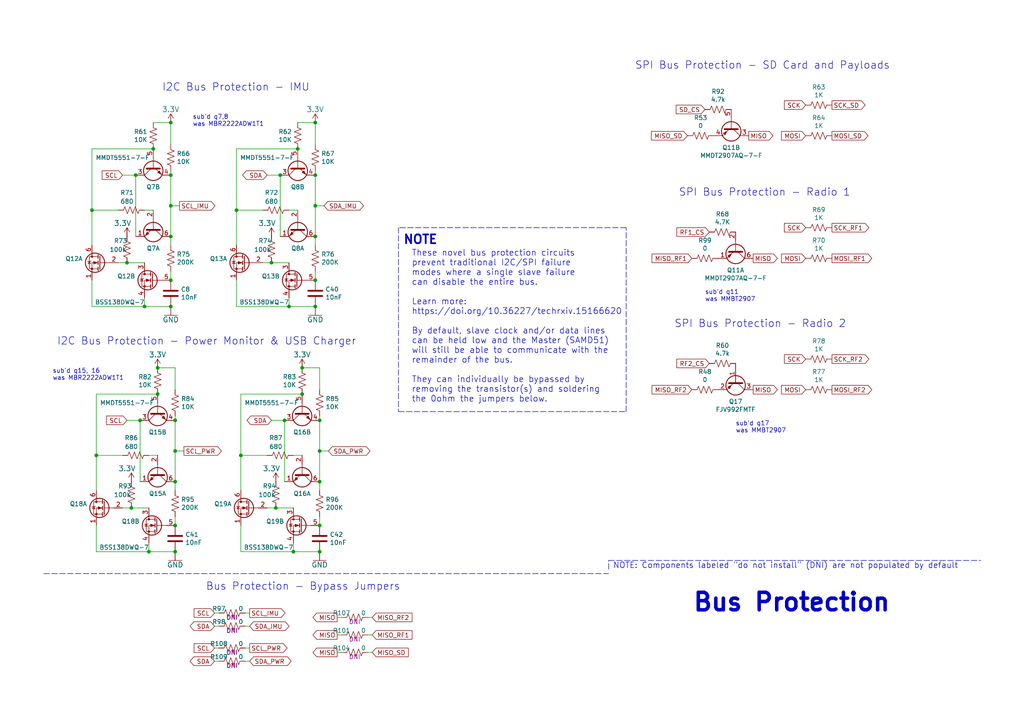
<source format=kicad_sch>
(kicad_sch (version 20211123) (generator eeschema)
  (paper "A4")
  (title_block (title "PyCubed Mainboard") (date "2021-06-09") (rev "v05c") (company "Max Holliday"))
  (lib_symbols
    (symbol "mainboard-rescue:C-Device-mainboard-rescue" (pin_numbers hide) (pin_names (offset 0.254))
      (property "Reference" "C" (at 0.635 2.54 0))
      (property "Value" "C-Device-mainboard-rescue" (at 0.635 -2.54 0))
      (symbol "C-Device-mainboard-rescue_0_1"
        (polyline (pts (xy -2.032 -0.762) (xy 2.032 -0.762)) (stroke (width 0.508)))
        (polyline (pts (xy -2.032 0.762) (xy 2.032 0.762)) (stroke (width 0.508)))
      )
      (symbol "C-Device-mainboard-rescue_1_1"
        (pin passive line (at 0 3.81 270) (length 2.794) (name "~") (number "1"))
        (pin passive line (at 0 -3.81 90) (length 2.794) (name "~") (number "2"))
      )
    )
    (symbol "mainboard-rescue:MBT2222ADW1T1-Transistor_BJT-mainboard-rescue" (pin_names (offset 0) hide)
      (property "Reference" "Q" (at 5.08 1.27 0))
      (property "Value" "MBT2222ADW1T1-Transistor_BJT-mainboard-rescue" (at 5.08 -1.27 0))
      (symbol "MBT2222ADW1T1-Transistor_BJT-mainboard-rescue_0_1"
        (polyline (pts (xy 0.635 0) (xy -2.54 0)))
        (polyline (pts (xy 0.635 0.635) (xy 2.54 2.54)))
        (polyline (pts (xy 0.635 -0.635) (xy 2.54 -2.54) (xy 2.54 -2.54)))
        (polyline (pts (xy 0.635 1.905) (xy 0.635 -1.905) (xy 0.635 -1.905)) (stroke (width 0.508)))
        (polyline (pts (xy 1.27 -1.778) (xy 1.778 -1.27) (xy 2.286 -2.286) (xy 1.27 -1.778) (xy 1.27 -1.778)) (fill (type outline)))
        (circle (center 1.27 0) (radius 2.8194) (stroke (width 0.254)))
      )
      (symbol "MBT2222ADW1T1-Transistor_BJT-mainboard-rescue_1_1"
        (pin passive line (at 2.54 -5.08 90) (length 2.54) (name "E1") (number "1"))
        (pin input line (at -5.08 0 0) (length 2.54) (name "B1") (number "2"))
        (pin passive line (at 2.54 5.08 270) (length 2.54) (name "C1") (number "6"))
      )
      (symbol "MBT2222ADW1T1-Transistor_BJT-mainboard-rescue_2_1"
        (pin passive line (at 2.54 5.08 270) (length 2.54) (name "C2") (number "3"))
        (pin passive line (at 2.54 -5.08 90) (length 2.54) (name "E2") (number "4"))
        (pin input line (at -5.08 0 0) (length 2.54) (name "B2") (number "5"))
      )
    )
    (symbol "mainboard-rescue:R_US-Device-mainboard-rescue" (pin_numbers hide) (pin_names (offset 0))
      (property "Reference" "R" (at 2.54 0 90))
      (property "Value" "R_US-Device-mainboard-rescue" (at -2.54 0 90))
      (symbol "R_US-Device-mainboard-rescue_0_1"
        (polyline (pts (xy 0 -2.286) (xy 0 -2.54)))
        (polyline (pts (xy 0 2.286) (xy 0 2.54)))
        (polyline (pts (xy 0 -0.762) (xy 1.016 -1.143) (xy 0 -1.524) (xy -1.016 -1.905) (xy 0 -2.286)))
        (polyline (pts (xy 0 0.762) (xy 1.016 0.381) (xy 0 0) (xy -1.016 -0.381) (xy 0 -0.762)))
        (polyline (pts (xy 0 2.286) (xy 1.016 1.905) (xy 0 1.524) (xy -1.016 1.143) (xy 0 0.762)))
      )
      (symbol "R_US-Device-mainboard-rescue_1_1"
        (pin passive line (at 0 3.81 270) (length 1.27) (name "~") (number "1"))
        (pin passive line (at 0 -3.81 90) (length 1.27) (name "~") (number "2"))
      )
    )
    (symbol "mainboard:3.3V" (power) (pin_names (offset 1.016))
      (property "Value" "3.3V" (at -1.016 3.556 0))
      (symbol "3.3V_1_0"
        (polyline (pts (xy 0 2.54) (xy -0.762 1.27)))
        (polyline (pts (xy 0.762 1.27) (xy 0 2.54)))
        (pin power_in line (at 0 0 90) (length 2.54) (name "3.3V") (number "1"))
      )
    )
    (symbol "mainboard:BSS138DWQ-7" (pin_names (offset 0.762) hide)
      (property "Reference" "Q" (at -2.54 5.08 0))
      (property "Value" "BSS138DWQ-7" (at 3.81 6.35 0))
      (symbol "BSS138DWQ-7_1_1"
        (polyline (pts (xy -1.016 0) (xy -3.81 0)))
        (polyline (pts (xy -1.016 1.905) (xy -1.016 -1.905)) (stroke (width 0.254)))
        (polyline (pts (xy -0.508 -1.27) (xy -0.508 -2.286)) (stroke (width 0.254)))
        (polyline (pts (xy -0.508 0.508) (xy -0.508 -0.508)) (stroke (width 0.254)))
        (polyline (pts (xy -0.508 2.286) (xy -0.508 1.27)) (stroke (width 0.254)))
        (polyline (pts (xy 1.27 2.54) (xy 1.27 1.778)))
        (polyline (pts (xy 1.27 -2.54) (xy 1.27 0) (xy -0.508 0)))
        (polyline (pts (xy -0.508 -1.778) (xy 2.032 -1.778) (xy 2.032 1.778) (xy -0.508 1.778)))
        (polyline (pts (xy -0.254 0) (xy 0.762 0.381) (xy 0.762 -0.381) (xy -0.254 0)) (fill (type outline)))
        (polyline (pts (xy 1.524 0.508) (xy 1.651 0.381) (xy 2.413 0.381) (xy 2.54 0.254)))
        (polyline (pts (xy 2.032 0.381) (xy 1.651 -0.254) (xy 2.413 -0.254) (xy 2.032 0.381)))
        (circle (center 0.381 0) (radius 2.794) (stroke (width 0.254)))
        (circle (center 1.27 -1.778) (radius 0.254) (fill (type outline)))
        (circle (center 1.27 1.778) (radius 0.254) (fill (type outline)))
        (pin passive line (at 1.27 -5.08 90) (length 2.54) (name "S2") (number "1"))
        (pin input line (at -6.35 0 0) (length 2.54) (name "G2") (number "2"))
        (pin passive line (at 1.27 5.08 270) (length 2.54) (name "D1") (number "6"))
      )
      (symbol "BSS138DWQ-7_2_1"
        (polyline (pts (xy -1.016 0) (xy -3.81 0)))
        (polyline (pts (xy -1.016 1.905) (xy -1.016 -1.905)) (stroke (width 0.254)))
        (polyline (pts (xy -0.508 -1.27) (xy -0.508 -2.286)) (stroke (width 0.254)))
        (polyline (pts (xy -0.508 0.508) (xy -0.508 -0.508)) (stroke (width 0.254)))
        (polyline (pts (xy -0.508 2.286) (xy -0.508 1.27)) (stroke (width 0.254)))
        (polyline (pts (xy 1.27 2.54) (xy 1.27 1.778)))
        (polyline (pts (xy 1.27 -2.54) (xy 1.27 0) (xy -0.508 0)))
        (polyline (pts (xy -0.508 -1.778) (xy 2.032 -1.778) (xy 2.032 1.778) (xy -0.508 1.778)))
        (polyline (pts (xy -0.254 0) (xy 0.762 0.381) (xy 0.762 -0.381) (xy -0.254 0)) (fill (type outline)))
        (polyline (pts (xy 1.524 0.508) (xy 1.651 0.381) (xy 2.413 0.381) (xy 2.54 0.254)))
        (polyline (pts (xy 2.032 0.381) (xy 1.651 -0.254) (xy 2.413 -0.254) (xy 2.032 0.381)))
        (circle (center 0.381 0) (radius 2.794) (stroke (width 0.254)))
        (circle (center 1.27 -1.778) (radius 0.254) (fill (type outline)))
        (circle (center 1.27 1.778) (radius 0.254) (fill (type outline)))
        (pin passive line (at 1.27 5.08 270) (length 2.54) (name "D2") (number "3"))
        (pin passive line (at 1.27 -5.08 90) (length 2.54) (name "S1") (number "4"))
        (pin input line (at -6.35 0 0) (length 2.54) (name "G1") (number "5"))
      )
    )
    (symbol "mainboard:GND" (power) (pin_names (offset 1.016))
      (property "Value" "GND" (at -2.54 -2.54 0))
      (symbol "GND_1_0"
        (polyline (pts (xy -1.905 0) (xy 1.905 0)))
        (pin power_in line (at 0 2.54 270) (length 2.54) (name "GND") (number "1"))
      )
    )
    (symbol "mainboard:MMBT2907" (pin_names (offset 0) hide)
      (property "Reference" "Q" (at 5.08 1.905 0))
      (property "Value" "MMBT2907" (at 5.08 0 0))
      (symbol "MMBT2907_0_1"
        (polyline (pts (xy 0.635 0.635) (xy 2.54 2.54)))
        (polyline (pts (xy 0.635 -0.635) (xy 2.54 -2.54) (xy 2.54 -2.54)))
        (polyline (pts (xy 0.635 1.905) (xy 0.635 -1.905) (xy 0.635 -1.905)) (stroke (width 0.508)))
        (polyline (pts (xy 2.286 -1.778) (xy 1.778 -2.286) (xy 1.27 -1.27) (xy 2.286 -1.778) (xy 2.286 -1.778)) (fill (type outline)))
        (circle (center 1.27 0) (radius 2.8194) (stroke (width 0.254)))
      )
      (symbol "MMBT2907_1_1"
        (pin input line (at -5.08 0 0) (length 5.715) (name "B") (number "1"))
        (pin passive line (at 2.54 -5.08 90) (length 2.54) (name "E") (number "2"))
        (pin passive line (at 2.54 5.08 270) (length 2.54) (name "C") (number "3"))
      )
    )
    (symbol "mainboard:MMDT2907" (pin_names (offset 0) hide)
      (property "Reference" "Q" (at 5.08 1.27 0))
      (property "Value" "MMDT2907" (at 5.08 -1.27 0))
      (symbol "MMDT2907_0_1"
        (polyline (pts (xy 0.635 0) (xy -2.54 0)))
        (polyline (pts (xy 0.635 0.635) (xy 2.54 2.54)))
        (polyline (pts (xy 0.635 -0.635) (xy 2.54 -2.54) (xy 2.54 -2.54)))
        (polyline (pts (xy 0.635 1.905) (xy 0.635 -1.905) (xy 0.635 -1.905)) (stroke (width 0.508)))
        (polyline (pts (xy 2.286 -1.778) (xy 1.778 -2.286) (xy 1.27 -1.27) (xy 2.286 -1.778) (xy 2.286 -1.778)) (fill (type outline)))
        (circle (center 1.27 0) (radius 2.8194) (stroke (width 0.254)))
      )
      (symbol "MMDT2907_1_1"
        (pin passive line (at 2.54 -5.08 90) (length 2.54) (name "E1") (number "1"))
        (pin input line (at -5.08 0 0) (length 2.54) (name "B1") (number "2"))
        (pin passive line (at 2.54 5.08 270) (length 2.54) (name "C1") (number "6"))
      )
      (symbol "MMDT2907_2_1"
        (pin passive line (at 2.54 5.08 270) (length 2.54) (name "C2") (number "3"))
        (pin passive line (at 2.54 -5.08 90) (length 2.54) (name "E2") (number "4"))
        (pin input line (at -5.08 0 0) (length 2.54) (name "B2") (number "5"))
      )
    )
  )
  (junction (at 92.71 121.92))
  (junction (at 91.44 59.69))
  (junction (at 87.63 106.68))
  (junction (at 92.71 160.02))
  (junction (at 91.44 88.9))
  (junction (at 49.53 50.8))
  (junction (at 50.8 152.4))
  (junction (at 69.85 132.08))
  (junction (at 36.83 76.2))
  (junction (at 41.91 88.9))
  (junction (at 85.09 160.02))
  (junction (at 39.37 50.8))
  (junction (at 43.18 160.02))
  (junction (at 83.82 88.9))
  (junction (at 91.44 50.8))
  (junction (at 49.53 35.56))
  (junction (at 87.63 114.3))
  (junction (at 38.1 147.32))
  (junction (at 50.8 130.81))
  (junction (at 49.53 88.9))
  (junction (at 49.53 59.69))
  (junction (at 49.53 81.28))
  (junction (at 82.55 121.92))
  (junction (at 27.94 132.08))
  (junction (at 45.72 106.68))
  (junction (at 68.58 60.96))
  (junction (at 50.8 121.92))
  (junction (at 92.71 139.7))
  (junction (at 50.8 139.7))
  (junction (at 92.71 152.4))
  (junction (at 50.8 160.02))
  (junction (at 78.74 76.2))
  (junction (at 91.44 68.58))
  (junction (at 26.67 60.96))
  (junction (at 91.44 35.56))
  (junction (at 91.44 81.28))
  (junction (at 92.71 130.81))
  (junction (at 40.64 121.92))
  (junction (at 45.72 114.3))
  (junction (at 81.28 50.8))
  (junction (at 44.45 43.18))
  (junction (at 80.01 147.32))
  (junction (at 86.36 43.18))
  (junction (at 49.53 68.58))
  (wire (pts (xy 93.98 59.69) (xy 91.44 59.69)))
  (wire (pts (xy 72.39 191.77) (xy 71.12 191.77)))
  (wire (pts (xy 43.18 160.02) (xy 50.8 160.02)))
  (wire (pts (xy 49.53 78.74) (xy 49.53 81.28)))
  (wire (pts (xy 97.79 189.23) (xy 99.06 189.23)))
  (wire (pts (xy 68.58 60.96) (xy 76.2 60.96)))
  (wire (pts (xy 50.8 120.65) (xy 50.8 121.92)))
  (wire (pts (xy 49.53 68.58) (xy 49.53 59.69)))
  (wire (pts (xy 92.71 113.03) (xy 92.71 106.68)))
  (wire (pts (xy 27.94 160.02) (xy 43.18 160.02)))
  (wire (pts (xy 41.91 88.9) (xy 49.53 88.9)))
  (wire (pts (xy 50.8 106.68) (xy 45.72 106.68)))
  (wire (pts (xy 85.09 160.02) (xy 92.71 160.02)))
  (wire (pts (xy 107.95 189.23) (xy 106.68 189.23)))
  (wire (pts (xy 107.95 184.15) (xy 106.68 184.15)))
  (wire (pts (xy 39.37 50.8) (xy 39.37 68.58)))
  (wire (pts (xy 92.71 149.86) (xy 92.71 152.4)))
  (wire (pts (xy 50.8 130.81) (xy 50.8 121.92)))
  (wire (pts (xy 69.85 142.24) (xy 69.85 132.08)))
  (polyline (pts (xy 115.57 119.38) (xy 181.61 119.38)))
  (wire (pts (xy 49.53 35.56) (xy 44.45 35.56)))
  (polyline (pts (xy 12.7 166.37) (xy 176.53 166.37)))
  (wire (pts (xy 40.64 121.92) (xy 40.64 139.7)))
  (wire (pts (xy 69.85 132.08) (xy 69.85 114.3)))
  (wire (pts (xy 69.85 152.4) (xy 69.85 160.02)))
  (wire (pts (xy 26.67 43.18) (xy 44.45 43.18)))
  (wire (pts (xy 68.58 88.9) (xy 83.82 88.9)))
  (wire (pts (xy 68.58 81.28) (xy 68.58 88.9)))
  (wire (pts (xy 97.79 179.07) (xy 99.06 179.07)))
  (wire (pts (xy 91.44 49.53) (xy 91.44 50.8)))
  (wire (pts (xy 85.09 157.48) (xy 85.09 160.02)))
  (wire (pts (xy 92.71 130.81) (xy 92.71 121.92)))
  (wire (pts (xy 81.28 50.8) (xy 81.28 68.58)))
  (polyline (pts (xy 181.61 119.38) (xy 181.61 66.04)))
  (wire (pts (xy 68.58 43.18) (xy 86.36 43.18)))
  (wire (pts (xy 91.44 78.74) (xy 91.44 81.28)))
  (wire (pts (xy 77.47 50.8) (xy 81.28 50.8)))
  (wire (pts (xy 27.94 132.08) (xy 27.94 114.3)))
  (wire (pts (xy 50.8 149.86) (xy 50.8 152.4)))
  (wire (pts (xy 62.23 191.77) (xy 63.5 191.77)))
  (wire (pts (xy 83.82 76.2) (xy 78.74 76.2)))
  (wire (pts (xy 50.8 142.24) (xy 50.8 139.7)))
  (polyline (pts (xy 181.61 66.04) (xy 115.57 66.04)))
  (wire (pts (xy 91.44 35.56) (xy 86.36 35.56)))
  (wire (pts (xy 44.45 60.96) (xy 41.91 60.96)))
  (wire (pts (xy 91.44 59.69) (xy 91.44 50.8)))
  (wire (pts (xy 43.18 147.32) (xy 38.1 147.32)))
  (wire (pts (xy 43.18 157.48) (xy 43.18 160.02)))
  (wire (pts (xy 50.8 139.7) (xy 50.8 130.81)))
  (wire (pts (xy 26.67 71.12) (xy 26.67 60.96)))
  (wire (pts (xy 69.85 160.02) (xy 85.09 160.02)))
  (wire (pts (xy 95.25 130.81) (xy 92.71 130.81)))
  (wire (pts (xy 72.39 187.96) (xy 71.12 187.96)))
  (wire (pts (xy 27.94 114.3) (xy 45.72 114.3)))
  (wire (pts (xy 49.53 41.91) (xy 49.53 35.56)))
  (wire (pts (xy 92.71 139.7) (xy 92.71 130.81)))
  (polyline (pts (xy 115.57 66.04) (xy 115.57 119.38)))
  (wire (pts (xy 62.23 181.61) (xy 63.5 181.61)))
  (wire (pts (xy 72.39 181.61) (xy 71.12 181.61)))
  (wire (pts (xy 35.56 50.8) (xy 39.37 50.8)))
  (wire (pts (xy 26.67 60.96) (xy 26.67 43.18)))
  (wire (pts (xy 85.09 147.32) (xy 80.01 147.32)))
  (wire (pts (xy 41.91 86.36) (xy 41.91 88.9)))
  (wire (pts (xy 49.53 71.12) (xy 49.53 68.58)))
  (wire (pts (xy 92.71 142.24) (xy 92.71 139.7)))
  (wire (pts (xy 78.74 121.92) (xy 82.55 121.92)))
  (wire (pts (xy 36.83 121.92) (xy 40.64 121.92)))
  (wire (pts (xy 92.71 106.68) (xy 87.63 106.68)))
  (wire (pts (xy 97.79 184.15) (xy 99.06 184.15)))
  (wire (pts (xy 87.63 132.08) (xy 85.09 132.08)))
  (wire (pts (xy 53.34 130.81) (xy 50.8 130.81)))
  (wire (pts (xy 69.85 114.3) (xy 87.63 114.3)))
  (wire (pts (xy 86.36 60.96) (xy 83.82 60.96)))
  (wire (pts (xy 50.8 113.03) (xy 50.8 106.68)))
  (wire (pts (xy 49.53 59.69) (xy 49.53 50.8)))
  (wire (pts (xy 27.94 142.24) (xy 27.94 132.08)))
  (wire (pts (xy 68.58 60.96) (xy 68.58 43.18)))
  (wire (pts (xy 68.58 71.12) (xy 68.58 60.96)))
  (wire (pts (xy 62.23 177.8) (xy 63.5 177.8)))
  (wire (pts (xy 92.71 120.65) (xy 92.71 121.92)))
  (wire (pts (xy 82.55 121.92) (xy 82.55 139.7)))
  (wire (pts (xy 91.44 35.56) (xy 91.44 41.91)))
  (wire (pts (xy 107.95 179.07) (xy 106.68 179.07)))
  (wire (pts (xy 83.82 86.36) (xy 83.82 88.9)))
  (wire (pts (xy 62.23 187.96) (xy 63.5 187.96)))
  (wire (pts (xy 69.85 132.08) (xy 77.47 132.08)))
  (wire (pts (xy 91.44 68.58) (xy 91.44 59.69)))
  (wire (pts (xy 45.72 132.08) (xy 43.18 132.08)))
  (wire (pts (xy 41.91 76.2) (xy 36.83 76.2)))
  (wire (pts (xy 27.94 132.08) (xy 35.56 132.08)))
  (wire (pts (xy 72.39 177.8) (xy 71.12 177.8)))
  (wire (pts (xy 83.82 88.9) (xy 91.44 88.9)))
  (wire (pts (xy 26.67 60.96) (xy 34.29 60.96)))
  (wire (pts (xy 52.07 59.69) (xy 49.53 59.69)))
  (wire (pts (xy 36.83 76.2) (xy 34.29 76.2)))
  (wire (pts (xy 78.74 76.2) (xy 76.2 76.2)))
  (wire (pts (xy 26.67 88.9) (xy 41.91 88.9)))
  (polyline (pts (xy 176.53 162.56) (xy 284.48 162.56)))
  (wire (pts (xy 49.53 49.53) (xy 49.53 50.8)))
  (wire (pts (xy 26.67 81.28) (xy 26.67 88.9)))
  (wire (pts (xy 80.01 147.32) (xy 77.47 147.32)))
  (wire (pts (xy 27.94 152.4) (xy 27.94 160.02)))
  (wire (pts (xy 38.1 147.32) (xy 35.56 147.32)))
  (polyline (pts (xy 176.53 165.1) (xy 176.53 162.56)))
  (wire (pts (xy 91.44 71.12) (xy 91.44 68.58)))
  (text "sub'd q17\nwas MMBT2907" (at 213.36 125.73 0) (effects (font (size 1.27 1.27)) (justify left bottom)))
  (text "Bus Protection - Bypass Jumpers" (at 59.69 171.45 0) (effects (font (size 2.159 2.159)) (justify left bottom)))
  (text "SPI Bus Protection - SD Card and Payloads" (at 184.15 20.32 0) (effects (font (size 2.159 2.159)) (justify left bottom)))
  (text "sub'd q7,8\nwas MBR2222ADW1T1" (at 55.88 36.83 0) (effects (font (size 1.27 1.27)) (justify left bottom)))
  (text "SPI Bus Protection - Radio 2" (at 195.58 95.25 0) (effects (font (size 2.159 2.159)) (justify left bottom)))
  (text "These novel bus protection circuits\nprevent traditional I2C/SPI failure \nmodes where a single slave failure\ncan disable the entire bus.\n\nLearn more: \nhttps://doi.org/10.36227/techrxiv.15166620\n\nBy default, slave clock and/or data lines \ncan be held low and the Master (SAMD51) \nwill still be able to communicate with the \nremainder of the bus.\n\nThey can individually be bypassed by \nremoving the transistor(s) and soldering\nthe 0ohm the jumpers below." (at 119.38 116.84 0) (effects (font (size 1.7526 1.7526)) (justify left bottom)))
  (text "Bus Protection" (at 200.66 177.8 0) (effects (font (size 5.08 5.08) (thickness 1.016) bold) (justify left bottom)))
  (text "NOTE" (at 116.84 71.12 0) (effects (font (size 2.54 2.54) (thickness 0.508) bold) (justify left bottom)))
  (text "I2C Bus Protection - Power Monitor & USB Charger" (at 16.51 100.33 0) (effects (font (size 2.159 2.159)) (justify left bottom)))
  (text "SPI Bus Protection - Radio 1" (at 196.85 57.15 0) (effects (font (size 2.159 2.159)) (justify left bottom)))
  (text "NOTE: Components labeled \"do not install\" (DNI) are not populated by default" (at 177.8 165.1 0) (effects (font (size 1.651 1.651)) (justify left bottom)))
  (text "sub'd q15, 16\nwas MBR2222ADW1T1" (at 15.24 110.49 0) (effects (font (size 1.27 1.27)) (justify left bottom)))
  (text "sub'd q11\nwas MMBT2907" (at 204.47 87.63 0) (effects (font (size 1.27 1.27)) (justify left bottom)))
  (text "I2C Bus Protection - IMU" (at 46.99 26.67 0) (effects (font (size 2.159 2.159)) (justify left bottom)))
  (global_label "SD_CS" (shape input) (at 204.47 31.75 180) (property "Intersheet References" "${INTERSHEET_REFS}" (effects hide)))
  (global_label "MOSI_RF2" (shape output) (at 241.3 113.03 0) (property "Intersheet References" "${INTERSHEET_REFS}" (effects hide)))
  (global_label "SDA_IMU" (shape bidirectional) (at 93.98 59.69 0) (property "Intersheet References" "${INTERSHEET_REFS}" (effects hide)))
  (global_label "MISO" (shape output) (at 97.79 184.15 180) (property "Intersheet References" "${INTERSHEET_REFS}" (effects hide)))
  (global_label "MOSI" (shape input) (at 233.68 74.93 180) (property "Intersheet References" "${INTERSHEET_REFS}" (effects hide)))
  (global_label "SDA" (shape bidirectional) (at 77.47 50.8 180) (property "Intersheet References" "${INTERSHEET_REFS}" (effects hide)))
  (global_label "SDA" (shape bidirectional) (at 78.74 121.92 180) (property "Intersheet References" "${INTERSHEET_REFS}" (effects hide)))
  (global_label "SCL" (shape input) (at 35.56 50.8 180) (property "Intersheet References" "${INTERSHEET_REFS}" (effects hide)))
  (global_label "MOSI_SD" (shape output) (at 241.3 39.37 0) (property "Intersheet References" "${INTERSHEET_REFS}" (effects hide)))
  (global_label "MOSI" (shape input) (at 233.68 39.37 180) (property "Intersheet References" "${INTERSHEET_REFS}" (effects hide)))
  (global_label "SCL_IMU" (shape output) (at 72.39 177.8 0) (property "Intersheet References" "${INTERSHEET_REFS}" (effects hide)))
  (global_label "SCK_SD" (shape output) (at 241.3 30.48 0) (property "Intersheet References" "${INTERSHEET_REFS}" (effects hide)))
  (global_label "SDA_PWR" (shape bidirectional) (at 72.39 191.77 0) (property "Intersheet References" "${INTERSHEET_REFS}" (effects hide)))
  (global_label "SCK_RF1" (shape output) (at 241.3 66.04 0) (property "Intersheet References" "${INTERSHEET_REFS}" (effects hide)))
  (global_label "MISO_SD" (shape input) (at 107.95 189.23 0) (property "Intersheet References" "${INTERSHEET_REFS}" (effects hide)))
  (global_label "RF2_CS" (shape input) (at 205.74 105.41 180) (property "Intersheet References" "${INTERSHEET_REFS}" (effects hide)))
  (global_label "MISO" (shape output) (at 218.44 113.03 0) (property "Intersheet References" "${INTERSHEET_REFS}" (effects hide)))
  (global_label "MOSI_RF1" (shape output) (at 241.3 74.93 0) (property "Intersheet References" "${INTERSHEET_REFS}" (effects hide)))
  (global_label "MISO_SD" (shape input) (at 199.39 39.37 180) (property "Intersheet References" "${INTERSHEET_REFS}" (effects hide)))
  (global_label "MOSI" (shape input) (at 233.68 113.03 180) (property "Intersheet References" "${INTERSHEET_REFS}" (effects hide)))
  (global_label "SCL_PWR" (shape output) (at 72.39 187.96 0) (property "Intersheet References" "${INTERSHEET_REFS}" (effects hide)))
  (global_label "RF1_CS" (shape input) (at 205.74 67.31 180) (property "Intersheet References" "${INTERSHEET_REFS}" (effects hide)))
  (global_label "SCL_IMU" (shape output) (at 52.07 59.69 0) (property "Intersheet References" "${INTERSHEET_REFS}" (effects hide)))
  (global_label "MISO" (shape output) (at 218.44 74.93 0) (property "Intersheet References" "${INTERSHEET_REFS}" (effects hide)))
  (global_label "MISO_RF1" (shape input) (at 200.66 74.93 180) (property "Intersheet References" "${INTERSHEET_REFS}" (effects hide)))
  (global_label "MISO_RF2" (shape input) (at 200.66 113.03 180) (property "Intersheet References" "${INTERSHEET_REFS}" (effects hide)))
  (global_label "SCL" (shape input) (at 62.23 187.96 180) (property "Intersheet References" "${INTERSHEET_REFS}" (effects hide)))
  (global_label "SDA_IMU" (shape bidirectional) (at 72.39 181.61 0) (property "Intersheet References" "${INTERSHEET_REFS}" (effects hide)))
  (global_label "SDA" (shape bidirectional) (at 62.23 181.61 180) (property "Intersheet References" "${INTERSHEET_REFS}" (effects hide)))
  (global_label "MISO" (shape output) (at 217.17 39.37 0) (property "Intersheet References" "${INTERSHEET_REFS}" (effects hide)))
  (global_label "SDA" (shape bidirectional) (at 62.23 191.77 180) (property "Intersheet References" "${INTERSHEET_REFS}" (effects hide)))
  (global_label "SDA_PWR" (shape bidirectional) (at 95.25 130.81 0) (property "Intersheet References" "${INTERSHEET_REFS}" (effects hide)))
  (global_label "MISO" (shape output) (at 97.79 179.07 180) (property "Intersheet References" "${INTERSHEET_REFS}" (effects hide)))
  (global_label "SCK_RF2" (shape output) (at 241.3 104.14 0) (property "Intersheet References" "${INTERSHEET_REFS}" (effects hide)))
  (global_label "SCK" (shape input) (at 233.68 66.04 180) (property "Intersheet References" "${INTERSHEET_REFS}" (effects hide)))
  (global_label "MISO" (shape output) (at 97.79 189.23 180) (property "Intersheet References" "${INTERSHEET_REFS}" (effects hide)))
  (global_label "SCL" (shape input) (at 36.83 121.92 180) (property "Intersheet References" "${INTERSHEET_REFS}" (effects hide)))
  (global_label "SCL_PWR" (shape output) (at 53.34 130.81 0) (property "Intersheet References" "${INTERSHEET_REFS}" (effects hide)))
  (global_label "SCL" (shape input) (at 62.23 177.8 180) (property "Intersheet References" "${INTERSHEET_REFS}" (effects hide)))
  (global_label "MISO_RF2" (shape input) (at 107.95 179.07 0) (property "Intersheet References" "${INTERSHEET_REFS}" (effects hide)))
  (global_label "MISO_RF1" (shape input) (at 107.95 184.15 0) (property "Intersheet References" "${INTERSHEET_REFS}" (effects hide)))
  (global_label "SCK" (shape input) (at 233.68 30.48 180) (property "Intersheet References" "${INTERSHEET_REFS}" (effects hide)))
  (global_label "SCK" (shape input) (at 233.68 104.14 180) (property "Intersheet References" "${INTERSHEET_REFS}" (effects hide)))
  (symbol (lib_id "mainboard:BSS138DWQ-7") (at 27.94 76.2 0) (mirror y) (unit 1)
    (property "Reference" "Q12" (at 24.003 75.0316 0) (effects (justify left)))
    (property "Value" "BSS138DWQ-7" (at 41.91 87.63 0) (effects (justify left)))
    (property "Footprint" "mainboard:BSS138DWQ-7" (effects hide))
    (property "Datasheet" "https://www.diodes.com/assets/Datasheets/BSS138DWQ.pdf" (effects hide))
    (property "Description" "Dual N-Channel MOSFET - 2NMOS" (effects hide))
    (property "Flight" "BSS138DWQ-7" (effects hide))
    (property "Manufacturer_Name" "Diodes Incorporated" (effects hide))
    (property "Manufacturer_Part_Number" "BSS138DWQ-7" (effects hide))
    (property "Proto" "BSS138DWQ-7" (effects hide))
  )
  (symbol (lib_id "mainboard:BSS138DWQ-7") (at 43.18 81.28 0) (mirror y) (unit 2)
    (property "Reference" "Q12" (at 39.243 80.1116 0) (effects (justify left)))
    (property "Value" "BSS138DWQ-7" (effects hide))
    (property "Footprint" "mainboard:BSS138DWQ-7" (effects hide))
    (property "Datasheet" "https://www.diodes.com/assets/Datasheets/BSS138DWQ.pdf" (effects hide))
    (property "Description" "Dual N-Channel MOSFET - 2NMOS" (effects hide))
    (property "Flight" "BSS138DWQ-7" (effects hide))
    (property "Manufacturer_Name" "Diodes Incorporated" (effects hide))
    (property "Manufacturer_Part_Number" "BSS138DWQ-7" (effects hide))
    (property "Proto" "BSS138DWQ-7" (effects hide))
  )
  (symbol (lib_id "mainboard-rescue:MBT2222ADW1T1-Transistor_BJT-mainboard-rescue") (at 44.45 66.04 270) (unit 1)
    (property "Reference" "Q7" (at 44.45 72.0344 90))
    (property "Value" "MMDT5551-7-F" (effects hide))
    (property "Footprint" "Package_TO_SOT_SMD:SOT-363_SC-70-6" (effects hide))
  )
  (symbol (lib_id "mainboard-rescue:MBT2222ADW1T1-Transistor_BJT-mainboard-rescue") (at 44.45 48.26 90) (mirror x) (unit 2)
    (property "Reference" "Q7" (at 44.45 54.229 90))
    (property "Value" "MMDT5551-7-F" (at 35.56 45.72 90))
    (property "Footprint" "Package_TO_SOT_SMD:SOT-363_SC-70-6" (effects hide))
    (property "Flight" "MMDT5551-7-F" (effects hide))
  )
  (symbol (lib_id "mainboard-rescue:C-Device-mainboard-rescue") (at 49.53 85.09 0) (unit 1)
    (property "Reference" "C8" (at 52.451 83.9216 0) (effects (justify left)))
    (property "Value" "10nF" (at 52.451 86.233 0) (effects (justify left)))
    (property "Footprint" "Capacitor_SMD:C_0603_1608Metric" (effects hide))
  )
  (symbol (lib_id "mainboard:GND") (at 49.53 91.44 0) (unit 1)
    (property "Reference" "#GND045" (effects hide))
    (property "Value" "GND" (at 49.53 92.71 0) (effects (font (size 1.4986 1.4986))))
  )
  (symbol (lib_id "mainboard-rescue:R_US-Device-mainboard-rescue") (at 49.53 45.72 0) (unit 1)
    (property "Reference" "R66" (at 51.2572 44.5516 0) (effects (justify left)))
    (property "Value" "10K" (at 51.2572 46.863 0) (effects (justify left)))
    (property "Footprint" "Resistor_SMD:R_0603_1608Metric" (effects hide))
  )
  (symbol (lib_id "mainboard-rescue:R_US-Device-mainboard-rescue") (at 44.45 39.37 0) (unit 1)
    (property "Reference" "R61" (at 42.7482 38.2016 0) (effects (justify right)))
    (property "Value" "10K" (at 42.7482 40.513 0) (effects (justify right)))
    (property "Footprint" "Resistor_SMD:R_0603_1608Metric" (effects hide))
  )
  (symbol (lib_id "mainboard-rescue:R_US-Device-mainboard-rescue") (at 38.1 60.96 270) (unit 1)
    (property "Reference" "R71" (at 36.83 55.88 90))
    (property "Value" "680" (at 36.83 58.42 90))
    (property "Footprint" "Resistor_SMD:R_0603_1608Metric" (effects hide))
  )
  (symbol (lib_id "mainboard-rescue:R_US-Device-mainboard-rescue") (at 36.83 72.39 0) (unit 1)
    (property "Reference" "R73" (at 33.02 69.85 0) (effects (justify left)))
    (property "Value" "100K" (at 31.75 72.39 0) (effects (justify left)))
    (property "Footprint" "Resistor_SMD:R_0603_1608Metric" (effects hide))
  )
  (symbol (lib_id "mainboard:3.3V") (at 36.83 68.58 0) (unit 1)
    (property "Reference" "#P+07" (effects hide))
    (property "Value" "3.3V" (at 35.56 64.77 0) (effects (font (size 1.4986 1.4986))))
  )
  (symbol (lib_id "mainboard-rescue:R_US-Device-mainboard-rescue") (at 49.53 74.93 0) (unit 1)
    (property "Reference" "R75" (at 51.2572 73.7616 0) (effects (justify left)))
    (property "Value" "200K" (at 51.2572 76.073 0) (effects (justify left)))
    (property "Footprint" "Resistor_SMD:R_0603_1608Metric" (effects hide))
  )
  (symbol (lib_id "mainboard-rescue:MBT2222ADW1T1-Transistor_BJT-mainboard-rescue") (at 86.36 66.04 270) (unit 1)
    (property "Reference" "Q8" (at 86.36 72.0344 90))
    (property "Value" "MMDT5551-7-F" (effects hide))
    (property "Footprint" "Package_TO_SOT_SMD:SOT-363_SC-70-6" (effects hide))
    (property "Description" "Dual NPN BJT - 2NPN" (effects hide))
    (property "Flight" "MBT2222ADW1T1G" (effects hide))
    (property "Manufacturer_Name" "ON Semiconductor" (effects hide))
    (property "Manufacturer_Part_Number" "MBT2222ADW1T1G" (effects hide))
    (property "Proto" "MBT2222ADW1T1G" (effects hide))
  )
  (symbol (lib_id "mainboard-rescue:MBT2222ADW1T1-Transistor_BJT-mainboard-rescue") (at 86.36 48.26 90) (mirror x) (unit 2)
    (property "Reference" "Q8" (at 86.36 54.229 90))
    (property "Value" "MMDT5551-7-F" (at 77.47 45.72 90))
    (property "Footprint" "Package_TO_SOT_SMD:SOT-363_SC-70-6" (effects hide))
    (property "Flight" "MMDT5551-7-F" (effects hide))
  )
  (symbol (lib_id "mainboard-rescue:C-Device-mainboard-rescue") (at 91.44 85.09 0) (unit 1)
    (property "Reference" "C40" (at 94.361 83.9216 0) (effects (justify left)))
    (property "Value" "10nF" (at 94.361 86.233 0) (effects (justify left)))
    (property "Footprint" "Capacitor_SMD:C_0603_1608Metric" (effects hide))
  )
  (symbol (lib_id "mainboard:GND") (at 91.44 91.44 0) (unit 1)
    (property "Reference" "#GND046" (effects hide))
    (property "Value" "GND" (at 91.44 92.71 0) (effects (font (size 1.4986 1.4986))))
  )
  (symbol (lib_id "mainboard-rescue:R_US-Device-mainboard-rescue") (at 86.36 39.37 0) (unit 1)
    (property "Reference" "R62" (at 84.6582 38.2016 0) (effects (justify right)))
    (property "Value" "10K" (at 84.6582 40.513 0) (effects (justify right)))
    (property "Footprint" "Resistor_SMD:R_0603_1608Metric" (effects hide))
  )
  (symbol (lib_id "mainboard-rescue:R_US-Device-mainboard-rescue") (at 80.01 60.96 270) (unit 1)
    (property "Reference" "R72" (at 78.74 55.88 90))
    (property "Value" "680" (at 78.74 58.42 90))
    (property "Footprint" "Resistor_SMD:R_0603_1608Metric" (effects hide))
  )
  (symbol (lib_id "mainboard:BSS138DWQ-7") (at 85.09 81.28 0) (mirror y) (unit 2)
    (property "Reference" "Q13" (at 81.153 80.1116 0) (effects (justify left)))
    (property "Value" "BSS138DWQ-7" (effects hide))
    (property "Footprint" "mainboard:BSS138DWQ-7" (effects hide))
    (property "Datasheet" "https://www.diodes.com/assets/Datasheets/BSS138DWQ.pdf" (effects hide))
    (property "Description" "Dual N-Channel MOSFET - 2NMOS" (effects hide))
    (property "Flight" "BSS138DWQ-7" (effects hide))
    (property "Manufacturer_Name" "Diodes Incorporated" (effects hide))
    (property "Manufacturer_Part_Number" "BSS138DWQ-7" (effects hide))
    (property "Proto" "BSS138DWQ-7" (effects hide))
  )
  (symbol (lib_id "mainboard-rescue:R_US-Device-mainboard-rescue") (at 91.44 74.93 0) (unit 1)
    (property "Reference" "R76" (at 93.1672 73.7616 0) (effects (justify left)))
    (property "Value" "200K" (at 93.1672 76.073 0) (effects (justify left)))
    (property "Footprint" "Resistor_SMD:R_0603_1608Metric" (effects hide))
  )
  (symbol (lib_id "mainboard:3.3V") (at 78.74 68.58 0) (unit 1)
    (property "Reference" "#P+08" (effects hide))
    (property "Value" "3.3V" (at 77.47 64.77 0) (effects (font (size 1.4986 1.4986))))
  )
  (symbol (lib_id "mainboard-rescue:R_US-Device-mainboard-rescue") (at 78.74 72.39 0) (unit 1)
    (property "Reference" "R74" (at 74.93 69.85 0) (effects (justify left)))
    (property "Value" "100K" (at 73.66 72.39 0) (effects (justify left)))
    (property "Footprint" "Resistor_SMD:R_0603_1608Metric" (effects hide))
  )
  (symbol (lib_id "mainboard:BSS138DWQ-7") (at 69.85 76.2 0) (mirror y) (unit 1)
    (property "Reference" "Q13" (at 65.913 75.0316 0) (effects (justify left)))
    (property "Value" "BSS138DWQ-7" (at 83.82 87.63 0) (effects (justify left)))
    (property "Footprint" "mainboard:BSS138DWQ-7" (effects hide))
    (property "Datasheet" "https://www.diodes.com/assets/Datasheets/BSS138DWQ.pdf" (effects hide))
    (property "Description" "Dual N-Channel MOSFET - 2NMOS" (effects hide))
    (property "Flight" "BSS138DWQ-7" (effects hide))
    (property "Manufacturer_Name" "Diodes Incorporated" (effects hide))
    (property "Manufacturer_Part_Number" "BSS138DWQ-7" (effects hide))
    (property "Proto" "BSS138DWQ-7" (effects hide))
  )
  (symbol (lib_id "mainboard-rescue:R_US-Device-mainboard-rescue") (at 91.44 45.72 0) (unit 1)
    (property "Reference" "R67" (at 93.1672 44.5516 0) (effects (justify left)))
    (property "Value" "10K" (at 93.1672 46.863 0) (effects (justify left)))
    (property "Footprint" "Resistor_SMD:R_0603_1608Metric" (effects hide))
  )
  (symbol (lib_id "mainboard-rescue:MBT2222ADW1T1-Transistor_BJT-mainboard-rescue") (at 45.72 119.38 90) (mirror x) (unit 2)
    (property "Reference" "Q15" (at 45.72 125.349 90))
    (property "Value" "MMDT5551-7-F" (at 36.83 116.84 90))
    (property "Footprint" "Package_TO_SOT_SMD:SOT-363_SC-70-6" (effects hide))
    (property "Flight" "MMDT5551-7-F" (effects hide))
  )
  (symbol (lib_id "mainboard-rescue:C-Device-mainboard-rescue") (at 50.8 156.21 0) (unit 1)
    (property "Reference" "C41" (at 53.721 155.0416 0) (effects (justify left)))
    (property "Value" "10nF" (at 53.721 157.353 0) (effects (justify left)))
    (property "Footprint" "Capacitor_SMD:C_0603_1608Metric" (effects hide))
  )
  (symbol (lib_id "mainboard:GND") (at 50.8 162.56 0) (unit 1)
    (property "Reference" "#GND050" (effects hide))
    (property "Value" "GND" (at 50.8 163.83 0) (effects (font (size 1.4986 1.4986))))
  )
  (symbol (lib_id "mainboard-rescue:R_US-Device-mainboard-rescue") (at 45.72 110.49 0) (unit 1)
    (property "Reference" "R82" (at 44.0182 109.3216 0) (effects (justify right)))
    (property "Value" "10K" (at 44.0182 111.633 0) (effects (justify right)))
    (property "Footprint" "Resistor_SMD:R_0603_1608Metric" (effects hide))
  )
  (symbol (lib_id "mainboard:3.3V") (at 45.72 106.68 0) (unit 1)
    (property "Reference" "#P+012" (effects hide))
    (property "Value" "3.3V" (at 45.72 102.87 0) (effects (font (size 1.4986 1.4986))))
  )
  (symbol (lib_id "mainboard-rescue:R_US-Device-mainboard-rescue") (at 39.37 132.08 270) (unit 1)
    (property "Reference" "R86" (at 38.1 127 90))
    (property "Value" "680" (at 38.1 129.54 90))
    (property "Footprint" "Resistor_SMD:R_0603_1608Metric" (effects hide))
  )
  (symbol (lib_id "mainboard:BSS138DWQ-7") (at 44.45 152.4 0) (mirror y) (unit 2)
    (property "Reference" "Q18" (at 40.513 151.2316 0) (effects (justify left)))
    (property "Value" "BSS138DWQ-7" (effects hide))
    (property "Footprint" "mainboard:BSS138DWQ-7" (effects hide))
    (property "Datasheet" "https://www.diodes.com/assets/Datasheets/BSS138DWQ.pdf" (effects hide))
    (property "Description" "Dual N-Channel MOSFET - 2NMOS" (effects hide))
    (property "Flight" "BSS138DWQ-7" (effects hide))
    (property "Manufacturer_Name" "Diodes Incorporated" (effects hide))
    (property "Manufacturer_Part_Number" "BSS138DWQ-7" (effects hide))
    (property "Proto" "BSS138DWQ-7" (effects hide))
  )
  (symbol (lib_id "mainboard-rescue:R_US-Device-mainboard-rescue") (at 50.8 146.05 0) (unit 1)
    (property "Reference" "R95" (at 52.5272 144.8816 0) (effects (justify left)))
    (property "Value" "200K" (at 52.5272 147.193 0) (effects (justify left)))
    (property "Footprint" "Resistor_SMD:R_0603_1608Metric" (effects hide))
  )
  (symbol (lib_id "mainboard:3.3V") (at 38.1 139.7 0) (unit 1)
    (property "Reference" "#P+017" (effects hide))
    (property "Value" "3.3V" (at 36.83 135.89 0) (effects (font (size 1.4986 1.4986))))
  )
  (symbol (lib_id "mainboard-rescue:R_US-Device-mainboard-rescue") (at 38.1 143.51 0) (unit 1)
    (property "Reference" "R93" (at 34.29 140.97 0) (effects (justify left)))
    (property "Value" "100K" (at 33.02 143.51 0) (effects (justify left)))
    (property "Footprint" "Resistor_SMD:R_0603_1608Metric" (effects hide))
  )
  (symbol (lib_id "mainboard:BSS138DWQ-7") (at 29.21 147.32 0) (mirror y) (unit 1)
    (property "Reference" "Q18" (at 25.273 146.1516 0) (effects (justify left)))
    (property "Value" "BSS138DWQ-7" (at 43.18 158.75 0) (effects (justify left)))
    (property "Footprint" "mainboard:BSS138DWQ-7" (effects hide))
    (property "Datasheet" "https://www.diodes.com/assets/Datasheets/BSS138DWQ.pdf" (effects hide))
    (property "Description" "Dual N-Channel MOSFET - 2NMOS" (effects hide))
    (property "Flight" "BSS138DWQ-7" (effects hide))
    (property "Manufacturer_Name" "Diodes Incorporated" (effects hide))
    (property "Manufacturer_Part_Number" "BSS138DWQ-7" (effects hide))
    (property "Proto" "BSS138DWQ-7" (effects hide))
  )
  (symbol (lib_id "mainboard-rescue:R_US-Device-mainboard-rescue") (at 50.8 116.84 0) (unit 1)
    (property "Reference" "R84" (at 52.5272 115.6716 0) (effects (justify left)))
    (property "Value" "10K" (at 52.5272 117.983 0) (effects (justify left)))
    (property "Footprint" "Resistor_SMD:R_0603_1608Metric" (effects hide))
  )
  (symbol (lib_id "mainboard-rescue:MBT2222ADW1T1-Transistor_BJT-mainboard-rescue") (at 87.63 119.38 90) (mirror x) (unit 2)
    (property "Reference" "Q16" (at 87.63 125.349 90))
    (property "Value" "MMDT5551-7-F" (at 78.74 116.84 90))
    (property "Footprint" "Package_TO_SOT_SMD:SOT-363_SC-70-6" (effects hide))
    (property "Flight" "MMDT5551-7-F" (effects hide))
  )
  (symbol (lib_id "mainboard-rescue:C-Device-mainboard-rescue") (at 92.71 156.21 0) (unit 1)
    (property "Reference" "C42" (at 95.631 155.0416 0) (effects (justify left)))
    (property "Value" "10nF" (at 95.631 157.353 0) (effects (justify left)))
    (property "Footprint" "Capacitor_SMD:C_0603_1608Metric" (effects hide))
  )
  (symbol (lib_id "mainboard:GND") (at 92.71 162.56 0) (unit 1)
    (property "Reference" "#GND053" (effects hide))
    (property "Value" "GND" (at 92.71 163.83 0) (effects (font (size 1.4986 1.4986))))
  )
  (symbol (lib_id "mainboard-rescue:R_US-Device-mainboard-rescue") (at 87.63 110.49 0) (unit 1)
    (property "Reference" "R83" (at 85.9282 109.3216 0) (effects (justify right)))
    (property "Value" "10K" (at 85.9282 111.633 0) (effects (justify right)))
    (property "Footprint" "Resistor_SMD:R_0603_1608Metric" (effects hide))
  )
  (symbol (lib_id "mainboard:3.3V") (at 87.63 106.68 0) (unit 1)
    (property "Reference" "#P+013" (effects hide))
    (property "Value" "3.3V" (at 87.63 102.87 0) (effects (font (size 1.4986 1.4986))))
  )
  (symbol (lib_id "mainboard-rescue:R_US-Device-mainboard-rescue") (at 81.28 132.08 270) (unit 1)
    (property "Reference" "R87" (at 80.01 127 90))
    (property "Value" "680" (at 80.01 129.54 90))
    (property "Footprint" "Resistor_SMD:R_0603_1608Metric" (effects hide))
  )
  (symbol (lib_id "mainboard:BSS138DWQ-7") (at 86.36 152.4 0) (mirror y) (unit 2)
    (property "Reference" "Q19" (at 82.423 151.2316 0) (effects (justify left)))
    (property "Value" "BSS138DWQ-7" (effects hide))
    (property "Footprint" "mainboard:BSS138DWQ-7" (effects hide))
    (property "Datasheet" "https://www.diodes.com/assets/Datasheets/BSS138DWQ.pdf" (effects hide))
    (property "Description" "Dual N-Channel MOSFET - 2NMOS" (effects hide))
    (property "Flight" "BSS138DWQ-7" (effects hide))
    (property "Manufacturer_Name" "Diodes Incorporated" (effects hide))
    (property "Manufacturer_Part_Number" "BSS138DWQ-7" (effects hide))
    (property "Proto" "BSS138DWQ-7" (effects hide))
  )
  (symbol (lib_id "mainboard-rescue:R_US-Device-mainboard-rescue") (at 92.71 146.05 0) (unit 1)
    (property "Reference" "R96" (at 94.4372 144.8816 0) (effects (justify left)))
    (property "Value" "200K" (at 94.4372 147.193 0) (effects (justify left)))
    (property "Footprint" "Resistor_SMD:R_0603_1608Metric" (effects hide))
  )
  (symbol (lib_id "mainboard:3.3V") (at 80.01 139.7 0) (unit 1)
    (property "Reference" "#P+018" (effects hide))
    (property "Value" "3.3V" (at 78.74 135.89 0) (effects (font (size 1.4986 1.4986))))
  )
  (symbol (lib_id "mainboard-rescue:R_US-Device-mainboard-rescue") (at 80.01 143.51 0) (unit 1)
    (property "Reference" "R94" (at 76.2 140.97 0) (effects (justify left)))
    (property "Value" "100K" (at 74.93 143.51 0) (effects (justify left)))
    (property "Footprint" "Resistor_SMD:R_0603_1608Metric" (effects hide))
  )
  (symbol (lib_id "mainboard:BSS138DWQ-7") (at 71.12 147.32 0) (mirror y) (unit 1)
    (property "Reference" "Q19" (at 67.183 146.1516 0) (effects (justify left)))
    (property "Value" "BSS138DWQ-7" (at 85.09 158.75 0) (effects (justify left)))
    (property "Footprint" "mainboard:BSS138DWQ-7" (effects hide))
    (property "Datasheet" "https://www.diodes.com/assets/Datasheets/BSS138DWQ.pdf" (effects hide))
    (property "Description" "Dual N-Channel MOSFET - 2NMOS" (effects hide))
    (property "Flight" "BSS138DWQ-7" (effects hide))
    (property "Manufacturer_Name" "Diodes Incorporated" (effects hide))
    (property "Manufacturer_Part_Number" "BSS138DWQ-7" (effects hide))
    (property "Proto" "BSS138DWQ-7" (effects hide))
  )
  (symbol (lib_id "mainboard-rescue:R_US-Device-mainboard-rescue") (at 92.71 116.84 0) (unit 1)
    (property "Reference" "R85" (at 94.4372 115.6716 0) (effects (justify left)))
    (property "Value" "10K" (at 94.4372 117.983 0) (effects (justify left)))
    (property "Footprint" "Resistor_SMD:R_0603_1608Metric" (effects hide))
  )
  (symbol (lib_id "mainboard-rescue:R_US-Device-mainboard-rescue") (at 209.55 67.31 270) (unit 1)
    (property "Reference" "R68" (at 209.55 62.103 90))
    (property "Value" "4.7K" (at 209.55 64.4144 90))
    (property "Footprint" "Resistor_SMD:R_0603_1608Metric" (effects hide))
  )
  (symbol (lib_id "mainboard-rescue:R_US-Device-mainboard-rescue") (at 237.49 30.48 270) (unit 1)
    (property "Reference" "R63" (at 237.49 25.273 90))
    (property "Value" "1K" (at 237.49 27.5844 90))
    (property "Footprint" "Resistor_SMD:R_0603_1608Metric" (effects hide))
  )
  (symbol (lib_id "mainboard-rescue:R_US-Device-mainboard-rescue") (at 237.49 66.04 270) (unit 1)
    (property "Reference" "R69" (at 237.49 60.833 90))
    (property "Value" "1K" (at 237.49 63.1444 90))
    (property "Footprint" "Resistor_SMD:R_0603_1608Metric" (effects hide))
  )
  (symbol (lib_id "mainboard-rescue:R_US-Device-mainboard-rescue") (at 237.49 39.37 270) (unit 1)
    (property "Reference" "R64" (at 237.49 34.163 90))
    (property "Value" "1K" (at 237.49 36.4744 90))
    (property "Footprint" "Resistor_SMD:R_0603_1608Metric" (effects hide))
  )
  (symbol (lib_id "mainboard-rescue:MBT2222ADW1T1-Transistor_BJT-mainboard-rescue") (at 45.72 137.16 270) (unit 1)
    (property "Reference" "Q15" (at 45.72 143.1544 90))
    (property "Value" "MMDT5551-7-F" (effects hide))
    (property "Footprint" "Package_TO_SOT_SMD:SOT-363_SC-70-6" (effects hide))
    (property "Description" "Dual NPN BJT - 2NPN" (effects hide))
    (property "Flight" "MBT2222ADW1T1G" (effects hide))
    (property "Manufacturer_Name" "ON Semiconductor" (effects hide))
    (property "Manufacturer_Part_Number" "MBT2222ADW1T1G" (effects hide))
    (property "Proto" "MBT2222ADW1T1G" (effects hide))
  )
  (symbol (lib_id "mainboard-rescue:R_US-Device-mainboard-rescue") (at 237.49 113.03 270) (unit 1)
    (property "Reference" "R77" (at 237.49 107.823 90))
    (property "Value" "1K" (at 237.49 110.1344 90))
    (property "Footprint" "Resistor_SMD:R_0603_1608Metric" (effects hide))
  )
  (symbol (lib_id "mainboard-rescue:MBT2222ADW1T1-Transistor_BJT-mainboard-rescue") (at 87.63 137.16 270) (unit 1)
    (property "Reference" "Q16" (at 87.63 143.1544 90))
    (property "Value" "MMDT5551-7-F" (effects hide))
    (property "Footprint" "Package_TO_SOT_SMD:SOT-363_SC-70-6" (effects hide))
    (property "Description" "Dual NPN BJT - 2NPN" (effects hide))
    (property "Flight" "MBT2222ADW1T1G" (effects hide))
    (property "Manufacturer_Name" "ON Semiconductor" (effects hide))
    (property "Manufacturer_Part_Number" "MBT2222ADW1T1G" (effects hide))
    (property "Proto" "MBT2222ADW1T1G" (effects hide))
  )
  (symbol (lib_id "mainboard-rescue:R_US-Device-mainboard-rescue") (at 237.49 104.14 270) (unit 1)
    (property "Reference" "R78" (at 237.49 98.933 90))
    (property "Value" "1K" (at 237.49 101.2444 90))
    (property "Footprint" "Resistor_SMD:R_0603_1608Metric" (effects hide))
  )
  (symbol (lib_id "mainboard-rescue:R_US-Device-mainboard-rescue") (at 67.31 191.77 270) (unit 1)
    (property "Reference" "R109" (at 63.5 190.5 90))
    (property "Value" "0" (at 69.85 190.5 90))
    (property "Footprint" "Resistor_SMD:R_0603_1608Metric" (effects hide))
    (property "DNI" "DNI" (at 67.31 193.04 90))
  )
  (symbol (lib_id "mainboard-rescue:R_US-Device-mainboard-rescue") (at 67.31 177.8 270) (unit 1)
    (property "Reference" "R97" (at 63.5 176.53 90))
    (property "Value" "0" (at 69.85 176.53 90))
    (property "Footprint" "Resistor_SMD:R_0603_1608Metric" (effects hide))
    (property "DNI" "DNI" (at 67.31 179.07 90))
  )
  (symbol (lib_id "mainboard-rescue:R_US-Device-mainboard-rescue") (at 67.31 181.61 270) (unit 1)
    (property "Reference" "R98" (at 63.5 180.34 90))
    (property "Value" "0" (at 69.85 180.34 90))
    (property "Footprint" "Resistor_SMD:R_0603_1608Metric" (effects hide))
    (property "DNI" "DNI" (at 67.31 182.88 90))
  )
  (symbol (lib_id "mainboard-rescue:R_US-Device-mainboard-rescue") (at 102.87 184.15 270) (unit 1)
    (property "Reference" "R101" (at 99.06 182.88 90))
    (property "Value" "0" (at 105.41 182.88 90))
    (property "Footprint" "Resistor_SMD:R_0603_1608Metric" (effects hide))
    (property "DNI" "DNI" (at 102.87 185.42 90))
  )
  (symbol (lib_id "mainboard-rescue:R_US-Device-mainboard-rescue") (at 102.87 189.23 270) (unit 1)
    (property "Reference" "R104" (at 99.06 187.96 90))
    (property "Value" "0" (at 105.41 187.96 90))
    (property "Footprint" "Resistor_SMD:R_0603_1608Metric" (effects hide))
    (property "DNI" "DNI" (at 102.87 190.5 90))
  )
  (symbol (lib_id "mainboard-rescue:R_US-Device-mainboard-rescue") (at 67.31 187.96 270) (unit 1)
    (property "Reference" "R108" (at 63.5 186.69 90))
    (property "Value" "0" (at 69.85 186.69 90))
    (property "Footprint" "Resistor_SMD:R_0603_1608Metric" (effects hide))
    (property "DNI" "DNI" (at 67.31 189.23 90))
  )
  (symbol (lib_id "mainboard-rescue:R_US-Device-mainboard-rescue") (at 102.87 179.07 270) (unit 1)
    (property "Reference" "R107" (at 99.06 177.8 90))
    (property "Value" "0" (at 105.41 177.8 90))
    (property "Footprint" "Resistor_SMD:R_0603_1608Metric" (effects hide))
    (property "DNI" "DNI" (at 102.87 180.34 90))
  )
  (symbol (lib_id "mainboard-rescue:R_US-Device-mainboard-rescue") (at 204.47 74.93 270) (unit 1)
    (property "Reference" "R99" (at 204.47 69.723 90))
    (property "Value" "0" (at 204.47 72.0344 90))
    (property "Footprint" "Resistor_SMD:R_0603_1608Metric" (effects hide))
  )
  (symbol (lib_id "mainboard-rescue:R_US-Device-mainboard-rescue") (at 237.49 74.93 90) (unit 1)
    (property "Reference" "R70" (at 237.49 69.723 90))
    (property "Value" "1K" (at 237.49 72.0344 90))
    (property "Footprint" "Resistor_SMD:R_0603_1608Metric" (effects hide))
  )
  (symbol (lib_id "mainboard-rescue:R_US-Device-mainboard-rescue") (at 204.47 113.03 270) (unit 1)
    (property "Reference" "R48" (at 204.47 107.823 90))
    (property "Value" "0" (at 204.47 110.1344 90))
    (property "Footprint" "Resistor_SMD:R_0603_1608Metric" (effects hide))
  )
  (symbol (lib_id "mainboard-rescue:R_US-Device-mainboard-rescue") (at 209.55 105.41 270) (unit 1)
    (property "Reference" "R60" (at 209.55 100.203 90))
    (property "Value" "4.7k" (at 209.55 102.5144 90))
    (property "Footprint" "Resistor_SMD:R_0603_1608Metric" (effects hide))
  )
  (symbol (lib_id "mainboard-rescue:R_US-Device-mainboard-rescue") (at 203.2 39.37 270) (unit 1)
    (property "Reference" "R53" (at 203.2 34.163 90))
    (property "Value" "0" (at 203.2 36.4744 90))
    (property "Footprint" "Resistor_SMD:R_0603_1608Metric" (effects hide))
  )
  (symbol (lib_id "mainboard-rescue:R_US-Device-mainboard-rescue") (at 208.28 31.75 270) (unit 1)
    (property "Reference" "R92" (at 208.28 26.543 90))
    (property "Value" "4.7k" (at 208.28 28.8544 90))
    (property "Footprint" "Resistor_SMD:R_0603_1608Metric" (effects hide))
  )
  (symbol (lib_id "mainboard:MMDT2907") (at 213.36 72.39 270) (unit 1)
    (property "Reference" "Q11" (at 213.36 78.359 90))
    (property "Value" "MMDT2907AQ-7-F" (at 213.36 80.6704 90))
    (property "Footprint" "Package_TO_SOT_SMD:SOT-363_SC-70-6" (effects hide))
    (property "Datasheet" "https://www.diodes.com/assets/Datasheets/MMDT2907AQ.pdf" (effects hide))
    (property "Description" "Dual PNP BJT - 2PNP" (effects hide))
    (property "Flight" "MMDT2907AQ-7-F" (effects hide))
    (property "Manufacturer_Name" "Diodes Incorporated" (effects hide))
    (property "Manufacturer_Part_Number" "MMDT2907AQ-7-F" (effects hide))
    (property "Proto" "MMDT2907A" (effects hide))
  )
  (symbol (lib_id "mainboard:MMDT2907") (at 212.09 36.83 270) (unit 2)
    (property "Reference" "Q11" (at 212.09 42.799 90))
    (property "Value" "MMDT2907AQ-7-F" (at 212.09 45.1104 90))
    (property "Footprint" "Package_TO_SOT_SMD:SOT-363_SC-70-6" (effects hide))
    (property "Datasheet" "https://www.diodes.com/assets/Datasheets/MMDT2907AQ.pdf" (effects hide))
    (property "Description" "Dual PNP BJT - 2PNP" (effects hide))
    (property "Flight" "MMDT2907AQ-7-F" (effects hide))
    (property "Manufacturer_Name" "Diodes Incorporated" (effects hide))
    (property "Manufacturer_Part_Number" "MMDT2907AQ-7-F" (effects hide))
    (property "Proto" "MMDT2907A" (effects hide))
  )
  (symbol (lib_id "mainboard:MMBT2907") (at 213.36 110.49 270) (unit 1)
    (property "Reference" "Q17" (at 213.36 116.459 90))
    (property "Value" "FJV992FMTF" (at 213.36 118.7704 90))
    (property "Footprint" "Package_TO_SOT_SMD:SOT-23" (effects hide))
    (property "Datasheet" "https://www.diodes.com/assets/Datasheets/ds30040.pdf" (effects hide))
    (property "Description" "Single PNP BJT" (effects hide))
    (property "Flight" "FJV992FMTF" (effects hide))
    (property "Manufacturer_Name" "ON Semiconductor" (effects hide))
    (property "Manufacturer_Part_Number" "MMBT2907ALT1G" (effects hide))
    (property "Proto" "MMBT2907A" (effects hide))
  )
  (symbol (lib_id "mainboard:3.3V") (at 49.53 35.56 0) (unit 1)
    (property "Reference" "#P+0101" (effects hide))
    (property "Value" "3.3V" (at 49.53 31.75 0) (effects (font (size 1.4986 1.4986))))
  )
  (symbol (lib_id "mainboard:3.3V") (at 91.44 35.56 0) (unit 1)
    (property "Reference" "#P+0102" (effects hide))
    (property "Value" "3.3V" (at 91.44 31.75 0) (effects (font (size 1.4986 1.4986))))
  )
)
</source>
